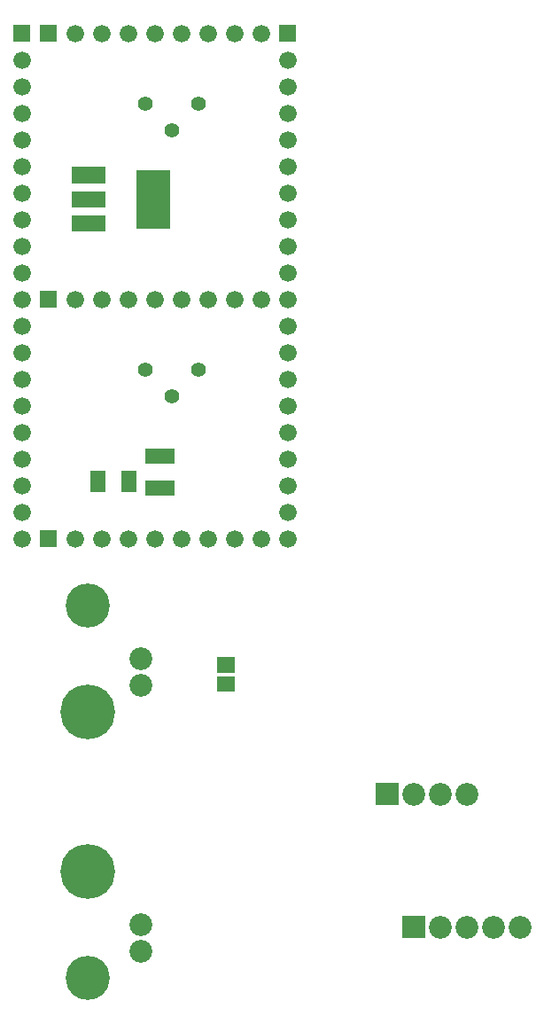
<source format=gbr>
G04 start of page 7 for group -4062 idx -4062 *
G04 Title: (unknown), soldermask *
G04 Creator: pcb 20140316 *
G04 CreationDate: Tue 14 Apr 2015 10:04:33 AM GMT UTC *
G04 For: fosse *
G04 Format: Gerber/RS-274X *
G04 PCB-Dimensions (mil): 5250.00 5000.00 *
G04 PCB-Coordinate-Origin: lower left *
%MOIN*%
%FSLAX25Y25*%
%LNBOTTOMMASK*%
%ADD77R,0.0572X0.0572*%
%ADD76R,0.1280X0.1280*%
%ADD75R,0.0620X0.0620*%
%ADD74C,0.1660*%
%ADD73C,0.2060*%
%ADD72C,0.0860*%
%ADD71C,0.0001*%
%ADD70C,0.0660*%
%ADD69C,0.0560*%
G54D69*X261000Y418000D03*
X281000D03*
X271000Y408000D03*
G54D70*X214500Y404500D03*
Y394500D03*
G54D71*G36*
X311200Y447800D02*Y441200D01*
X317800D01*
Y447800D01*
X311200D01*
G37*
G54D70*X314500Y434500D03*
Y424500D03*
Y414500D03*
Y404500D03*
Y394500D03*
Y384500D03*
Y374500D03*
G54D71*G36*
X211200Y447800D02*Y441200D01*
X217800D01*
Y447800D01*
X211200D01*
G37*
G54D70*X214500Y434500D03*
Y424500D03*
Y414500D03*
G54D71*G36*
X221200Y447800D02*Y441200D01*
X227800D01*
Y447800D01*
X221200D01*
G37*
G54D70*X234500Y444500D03*
X244500D03*
X254500D03*
X264500D03*
X274500D03*
X284500D03*
X294500D03*
X304500D03*
G54D69*X261000Y318000D03*
X281000D03*
X271000Y308000D03*
G54D70*X214500Y354500D03*
Y344500D03*
Y334500D03*
Y324500D03*
G54D71*G36*
X221200Y347800D02*Y341200D01*
X227800D01*
Y347800D01*
X221200D01*
G37*
G54D70*X314500Y364500D03*
Y354500D03*
Y344500D03*
Y334500D03*
Y324500D03*
Y314500D03*
Y304500D03*
Y294500D03*
Y284500D03*
Y274500D03*
Y264500D03*
Y254500D03*
X214500Y314500D03*
Y304500D03*
Y294500D03*
Y284500D03*
Y274500D03*
Y264500D03*
Y254500D03*
G54D71*G36*
X221200Y257800D02*Y251200D01*
X227800D01*
Y257800D01*
X221200D01*
G37*
G54D70*X234500Y254500D03*
X254500D03*
X264500D03*
X274500D03*
X284500D03*
X294500D03*
X304500D03*
X214500Y384500D03*
Y374500D03*
Y364500D03*
X234500Y344500D03*
X244500D03*
X254500D03*
X264500D03*
X274500D03*
X284500D03*
X294500D03*
X304500D03*
G54D71*G36*
X347600Y162800D02*Y154200D01*
X356200D01*
Y162800D01*
X347600D01*
G37*
G54D72*X361900Y158500D03*
X371900D03*
X381900D03*
G54D71*G36*
X357600Y112800D02*Y104200D01*
X366200D01*
Y112800D01*
X357600D01*
G37*
G54D72*X371900Y108500D03*
X381900D03*
X391900D03*
X401900D03*
G54D70*X244500Y254500D03*
G54D73*X239400Y189500D03*
G54D74*Y229500D03*
G54D72*X259400Y199500D03*
Y209500D03*
G54D74*X239400Y89500D03*
G54D73*Y129500D03*
G54D72*X259400Y99500D03*
Y109500D03*
G54D75*X236300Y373000D02*X242900D01*
X236300Y382000D02*X242900D01*
X236300Y391100D02*X242900D01*
G54D76*X264000Y386500D02*Y377500D01*
G54D77*X243095Y277181D02*Y274819D01*
X254905Y277181D02*Y274819D01*
X263745Y273595D02*X269255D01*
X263745Y285405D02*X269255D01*
X291007Y199957D02*X291793D01*
X291007Y207043D02*X291793D01*
M02*

</source>
